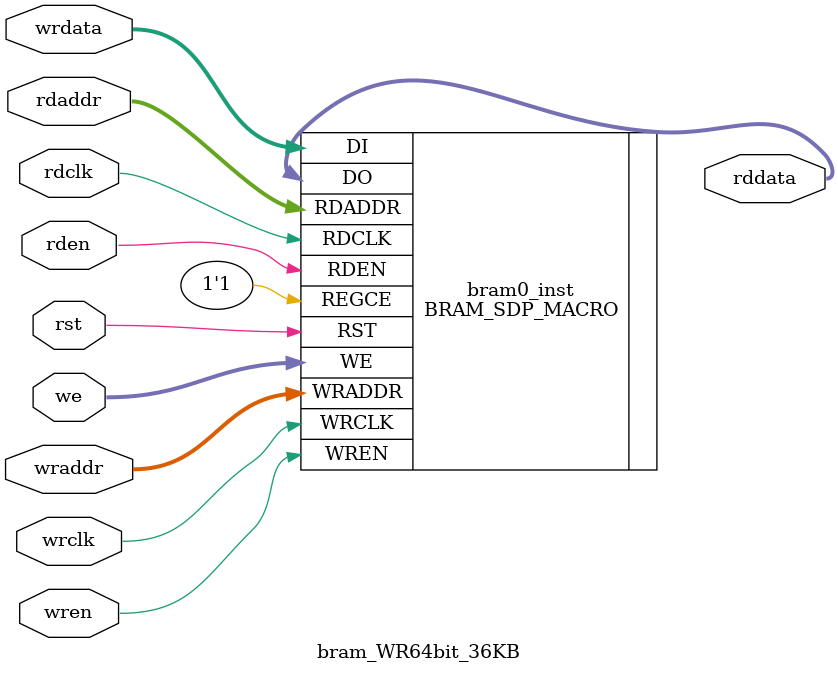
<source format=v>
`timescale 1ns / 1ps


module bram_WR64bit_36KB #(
    parameter Write_Data_Width = 64,
    parameter Read_Data_Width = 64,
    parameter Write_Addr_Width = 9,
    parameter Read_Addr_Width = 9,
    parameter Use_Primitives_OReg = 0//if = 1 ,it will delay a clock to output rddata 
)(
    input wrclk,                    // 1-bit input clock
    input rdclk,                    // 1-bit input clock
    input rst,                      // 1-bit input reset
    /* Input Port A */
    input  wren,                     // 1-bit input write port enable
    input  [7:0] we,  // input write enable
    input [Write_Data_Width-1:0] wrdata, // Input write data port, width defined by Data_Width
    input [Write_Addr_Width-1:0] wraddr,  // Input write address, width defined by Addr_Width
    /* Ouput Port B */
    input rden,                     // 1-bit input read port enable
    input [Read_Addr_Width-1:0] rdaddr,  // Input read address, width defined by Addr_Width
    output [Read_Data_Width-1:0] rddata  // Output read data port, width defined by Data_Width
);
    
    
    // BRAM_SDP_MACRO: Simple Dual Port RAM
   //                 Kintex-7
   // Xilinx HDL Language Template, version 2018.3
   ///////////////////////////////////////////////////////////////////////
   //  READ_WIDTH | BRAM_SIZE | READ Depth  | RDADDR Width |            //
   // WRITE_WIDTH |           | WRITE Depth | WRADDR Width |  WE Width  //
   // ============|===========|=============|==============|============//
   //    37-72    |  "36Kb"   |      512    |     9-bit    |    8-bit   //Used write
   //    19-36    |  "36Kb"   |     1024    |    10-bit    |    4-bit   //
   //    19-36    |  "18Kb"   |      512    |     9-bit    |    4-bit   //
   //    10-18    |  "36Kb"   |     2048    |    11-bit    |    2-bit   //Used read
   //    10-18    |  "18Kb"   |     1024    |    10-bit    |    2-bit   // 
   //     5-9     |  "36Kb"   |     4096    |    12-bit    |    1-bit   //
   //     5-9     |  "18Kb"   |     2048    |    11-bit    |    1-bit   //
   //     3-4     |  "36Kb"   |     8192    |    13-bit    |    1-bit   //
   //     3-4     |  "18Kb"   |     4096    |    12-bit    |    1-bit   //
   //       2     |  "36Kb"   |    16384    |    14-bit    |    1-bit   //
   //       2     |  "18Kb"   |     8192    |    13-bit    |    1-bit   //
   //       1     |  "36Kb"   |    32768    |    15-bit    |    1-bit   //
   //       1     |  "18Kb"   |    16384    |    14-bit    |    1-bit   //
   ///////////////////////////////////////////////////////////////////////
   BRAM_SDP_MACRO #(
      .BRAM_SIZE("36Kb"), // Target BRAM, "18Kb" or "36Kb" 
      .DEVICE("7SERIES"), // Target device: "7SERIES" 
      .WRITE_WIDTH(Write_Data_Width),   // Valid values are 1-72 (37-72 only valid when BRAM_SIZE="36Kb")
      .READ_WIDTH(Read_Data_Width),    // Valid values are 1-72 (37-72 only valid when BRAM_SIZE="36Kb")
      .DO_REG(Use_Primitives_OReg),         // Optional output register (0 or 1)
      .INIT_FILE ("NONE"),
      .SIM_COLLISION_CHECK ("ALL"), // Collision check enable "ALL", "WARNING_ONLY",
                                    //   "GENERATE_X_ONLY" or "NONE" 
      .SRVAL(72'h000000000000000000), // Set/Reset value for port output
      .INIT(72'h000000000000000000),  // Initial values on output port
      .WRITE_MODE("WRITE_FIRST"),  // Specify "READ_FIRST" for same clock or synchronous clocks
                                   //   Specify "WRITE_FIRST for asynchronous clocks on ports
      .INIT_00(256'h0000000000000000000000000000000000000000000000000000000000000000),
      .INIT_01(256'h0000000000000000000000000000000000000000000000000000000000000000),
      .INIT_02(256'h0000000000000000000000000000000000000000000000000000000000000000),
      .INIT_03(256'h0000000000000000000000000000000000000000000000000000000000000000),
      .INIT_04(256'h0000000000000000000000000000000000000000000000000000000000000000),
      .INIT_05(256'h0000000000000000000000000000000000000000000000000000000000000000),
      .INIT_06(256'h0000000000000000000000000000000000000000000000000000000000000000),
      .INIT_07(256'h0000000000000000000000000000000000000000000000000000000000000000),
      .INIT_08(256'h0000000000000000000000000000000000000000000000000000000000000000),
      .INIT_09(256'h0000000000000000000000000000000000000000000000000000000000000000),
      .INIT_0A(256'h0000000000000000000000000000000000000000000000000000000000000000),
      .INIT_0B(256'h0000000000000000000000000000000000000000000000000000000000000000),
      .INIT_0C(256'h0000000000000000000000000000000000000000000000000000000000000000),
      .INIT_0D(256'h0000000000000000000000000000000000000000000000000000000000000000),
      .INIT_0E(256'h0000000000000000000000000000000000000000000000000000000000000000),
      .INIT_0F(256'h0000000000000000000000000000000000000000000000000000000000000000),
      .INIT_10(256'h0000000000000000000000000000000000000000000000000000000000000000),
      .INIT_11(256'h0000000000000000000000000000000000000000000000000000000000000000),
      .INIT_12(256'h0000000000000000000000000000000000000000000000000000000000000000),
      .INIT_13(256'h0000000000000000000000000000000000000000000000000000000000000000),
      .INIT_14(256'h0000000000000000000000000000000000000000000000000000000000000000),
      .INIT_15(256'h0000000000000000000000000000000000000000000000000000000000000000),
      .INIT_16(256'h0000000000000000000000000000000000000000000000000000000000000000),
      .INIT_17(256'h0000000000000000000000000000000000000000000000000000000000000000),
      .INIT_18(256'h0000000000000000000000000000000000000000000000000000000000000000),
      .INIT_19(256'h0000000000000000000000000000000000000000000000000000000000000000),
      .INIT_1A(256'h0000000000000000000000000000000000000000000000000000000000000000),
      .INIT_1B(256'h0000000000000000000000000000000000000000000000000000000000000000),
      .INIT_1C(256'h0000000000000000000000000000000000000000000000000000000000000000),
      .INIT_1D(256'h0000000000000000000000000000000000000000000000000000000000000000),
      .INIT_1E(256'h0000000000000000000000000000000000000000000000000000000000000000),
      .INIT_1F(256'h0000000000000000000000000000000000000000000000000000000000000000),
      .INIT_20(256'h0000000000000000000000000000000000000000000000000000000000000000),
      .INIT_21(256'h0000000000000000000000000000000000000000000000000000000000000000),
      .INIT_22(256'h0000000000000000000000000000000000000000000000000000000000000000),
      .INIT_23(256'h0000000000000000000000000000000000000000000000000000000000000000),
      .INIT_24(256'h0000000000000000000000000000000000000000000000000000000000000000),
      .INIT_25(256'h0000000000000000000000000000000000000000000000000000000000000000),
      .INIT_26(256'h0000000000000000000000000000000000000000000000000000000000000000),
      .INIT_27(256'h0000000000000000000000000000000000000000000000000000000000000000),
      .INIT_28(256'h0000000000000000000000000000000000000000000000000000000000000000),
      .INIT_29(256'h0000000000000000000000000000000000000000000000000000000000000000),
      .INIT_2A(256'h0000000000000000000000000000000000000000000000000000000000000000),
      .INIT_2B(256'h0000000000000000000000000000000000000000000000000000000000000000),
      .INIT_2C(256'h0000000000000000000000000000000000000000000000000000000000000000),
      .INIT_2D(256'h0000000000000000000000000000000000000000000000000000000000000000),
      .INIT_2E(256'h0000000000000000000000000000000000000000000000000000000000000000),
      .INIT_2F(256'h0000000000000000000000000000000000000000000000000000000000000000),
      .INIT_30(256'h0000000000000000000000000000000000000000000000000000000000000000),
      .INIT_31(256'h0000000000000000000000000000000000000000000000000000000000000000),
      .INIT_32(256'h0000000000000000000000000000000000000000000000000000000000000000),
      .INIT_33(256'h0000000000000000000000000000000000000000000000000000000000000000),
      .INIT_34(256'h0000000000000000000000000000000000000000000000000000000000000000),
      .INIT_35(256'h0000000000000000000000000000000000000000000000000000000000000000),
      .INIT_36(256'h0000000000000000000000000000000000000000000000000000000000000000),
      .INIT_37(256'h0000000000000000000000000000000000000000000000000000000000000000),
      .INIT_38(256'h0000000000000000000000000000000000000000000000000000000000000000),
      .INIT_39(256'h0000000000000000000000000000000000000000000000000000000000000000),
      .INIT_3A(256'h0000000000000000000000000000000000000000000000000000000000000000),
      .INIT_3B(256'h0000000000000000000000000000000000000000000000000000000000000000),
      .INIT_3C(256'h0000000000000000000000000000000000000000000000000000000000000000),
      .INIT_3D(256'h0000000000000000000000000000000000000000000000000000000000000000),
      .INIT_3E(256'h0000000000000000000000000000000000000000000000000000000000000000),
      .INIT_3F(256'h0000000000000000000000000000000000000000000000000000000000000000),

      // The next set of INIT_xx are valid when configured as 36Kb
      .INIT_40(256'h0000000000000000000000000000000000000000000000000000000000000000),
      .INIT_41(256'h0000000000000000000000000000000000000000000000000000000000000000),
      .INIT_42(256'h0000000000000000000000000000000000000000000000000000000000000000),
      .INIT_43(256'h0000000000000000000000000000000000000000000000000000000000000000),
      .INIT_44(256'h0000000000000000000000000000000000000000000000000000000000000000),
      .INIT_45(256'h0000000000000000000000000000000000000000000000000000000000000000),
      .INIT_46(256'h0000000000000000000000000000000000000000000000000000000000000000),
      .INIT_47(256'h0000000000000000000000000000000000000000000000000000000000000000),
      .INIT_48(256'h0000000000000000000000000000000000000000000000000000000000000000),
      .INIT_49(256'h0000000000000000000000000000000000000000000000000000000000000000),
      .INIT_4A(256'h0000000000000000000000000000000000000000000000000000000000000000),
      .INIT_4B(256'h0000000000000000000000000000000000000000000000000000000000000000),
      .INIT_4C(256'h0000000000000000000000000000000000000000000000000000000000000000),
      .INIT_4D(256'h0000000000000000000000000000000000000000000000000000000000000000),
      .INIT_4E(256'h0000000000000000000000000000000000000000000000000000000000000000),
      .INIT_4F(256'h0000000000000000000000000000000000000000000000000000000000000000),
      .INIT_50(256'h0000000000000000000000000000000000000000000000000000000000000000),
      .INIT_51(256'h0000000000000000000000000000000000000000000000000000000000000000),
      .INIT_52(256'h0000000000000000000000000000000000000000000000000000000000000000),
      .INIT_53(256'h0000000000000000000000000000000000000000000000000000000000000000),
      .INIT_54(256'h0000000000000000000000000000000000000000000000000000000000000000),
      .INIT_55(256'h0000000000000000000000000000000000000000000000000000000000000000),
      .INIT_56(256'h0000000000000000000000000000000000000000000000000000000000000000),
      .INIT_57(256'h0000000000000000000000000000000000000000000000000000000000000000),
      .INIT_58(256'h0000000000000000000000000000000000000000000000000000000000000000),
      .INIT_59(256'h0000000000000000000000000000000000000000000000000000000000000000),
      .INIT_5A(256'h0000000000000000000000000000000000000000000000000000000000000000),
      .INIT_5B(256'h0000000000000000000000000000000000000000000000000000000000000000),
      .INIT_5C(256'h0000000000000000000000000000000000000000000000000000000000000000),
      .INIT_5D(256'h0000000000000000000000000000000000000000000000000000000000000000),
      .INIT_5E(256'h0000000000000000000000000000000000000000000000000000000000000000),
      .INIT_5F(256'h0000000000000000000000000000000000000000000000000000000000000000),
      .INIT_60(256'h0000000000000000000000000000000000000000000000000000000000000000),
      .INIT_61(256'h0000000000000000000000000000000000000000000000000000000000000000),
      .INIT_62(256'h0000000000000000000000000000000000000000000000000000000000000000),
      .INIT_63(256'h0000000000000000000000000000000000000000000000000000000000000000),
      .INIT_64(256'h0000000000000000000000000000000000000000000000000000000000000000),
      .INIT_65(256'h0000000000000000000000000000000000000000000000000000000000000000),
      .INIT_66(256'h0000000000000000000000000000000000000000000000000000000000000000),
      .INIT_67(256'h0000000000000000000000000000000000000000000000000000000000000000),
      .INIT_68(256'h0000000000000000000000000000000000000000000000000000000000000000),
      .INIT_69(256'h0000000000000000000000000000000000000000000000000000000000000000),
      .INIT_6A(256'h0000000000000000000000000000000000000000000000000000000000000000),
      .INIT_6B(256'h0000000000000000000000000000000000000000000000000000000000000000),
      .INIT_6C(256'h0000000000000000000000000000000000000000000000000000000000000000),
      .INIT_6D(256'h0000000000000000000000000000000000000000000000000000000000000000),
      .INIT_6E(256'h0000000000000000000000000000000000000000000000000000000000000000),
      .INIT_6F(256'h0000000000000000000000000000000000000000000000000000000000000000),
      .INIT_70(256'h0000000000000000000000000000000000000000000000000000000000000000),
      .INIT_71(256'h0000000000000000000000000000000000000000000000000000000000000000),
      .INIT_72(256'h0000000000000000000000000000000000000000000000000000000000000000),
      .INIT_73(256'h0000000000000000000000000000000000000000000000000000000000000000),
      .INIT_74(256'h0000000000000000000000000000000000000000000000000000000000000000),
      .INIT_75(256'h0000000000000000000000000000000000000000000000000000000000000000),
      .INIT_76(256'h0000000000000000000000000000000000000000000000000000000000000000),
      .INIT_77(256'h0000000000000000000000000000000000000000000000000000000000000000),
      .INIT_78(256'h0000000000000000000000000000000000000000000000000000000000000000),
      .INIT_79(256'h0000000000000000000000000000000000000000000000000000000000000000),
      .INIT_7A(256'h0000000000000000000000000000000000000000000000000000000000000000),
      .INIT_7B(256'h0000000000000000000000000000000000000000000000000000000000000000),
      .INIT_7C(256'h0000000000000000000000000000000000000000000000000000000000000000),
      .INIT_7D(256'h0000000000000000000000000000000000000000000000000000000000000000),
      .INIT_7E(256'h0000000000000000000000000000000000000000000000000000000000000000),
      .INIT_7F(256'h0000000000000000000000000000000000000000000000000000000000000000),

      // The next set of INITP_xx are for the parity bits
      .INITP_00(256'h0000000000000000000000000000000000000000000000000000000000000000),
      .INITP_01(256'h0000000000000000000000000000000000000000000000000000000000000000),
      .INITP_02(256'h0000000000000000000000000000000000000000000000000000000000000000),
      .INITP_03(256'h0000000000000000000000000000000000000000000000000000000000000000),
      .INITP_04(256'h0000000000000000000000000000000000000000000000000000000000000000),
      .INITP_05(256'h0000000000000000000000000000000000000000000000000000000000000000),
      .INITP_06(256'h0000000000000000000000000000000000000000000000000000000000000000),
      .INITP_07(256'h0000000000000000000000000000000000000000000000000000000000000000),

      // The next set of INITP_xx are valid when configured as 36Kb
      .INITP_08(256'h0000000000000000000000000000000000000000000000000000000000000000),
      .INITP_09(256'h0000000000000000000000000000000000000000000000000000000000000000),
      .INITP_0A(256'h0000000000000000000000000000000000000000000000000000000000000000),
      .INITP_0B(256'h0000000000000000000000000000000000000000000000000000000000000000),
      .INITP_0C(256'h0000000000000000000000000000000000000000000000000000000000000000),
      .INITP_0D(256'h0000000000000000000000000000000000000000000000000000000000000000),
      .INITP_0E(256'h0000000000000000000000000000000000000000000000000000000000000000),
      .INITP_0F(256'h0000000000000000000000000000000000000000000000000000000000000000)
   ) bram0_inst (
      .DO(rddata),       // Output read data port, width defined by READ_WIDTH parameter
      .DI(wrdata),       // Input write data port, width defined by WRITE_WIDTH parameter
      .RDADDR(rdaddr),   // Input read address, width defined by read port depth
      .RDCLK(rdclk),      // 1-bit input read clock
      .RDEN(rden),       // 1-bit input read port enable
      .REGCE(1'b1),       // 1-bit input read output register enable
      .RST(rst),          // 1-bit input reset
      .WE(we),    // Input write enable, width defined by write port depth
      .WRADDR(wraddr),     // Input write address, width defined by write port depth
      .WRCLK(wrclk),       // 1-bit input write clock
      .WREN(wren)        // 1-bit input write port enable
   );
endmodule

</source>
